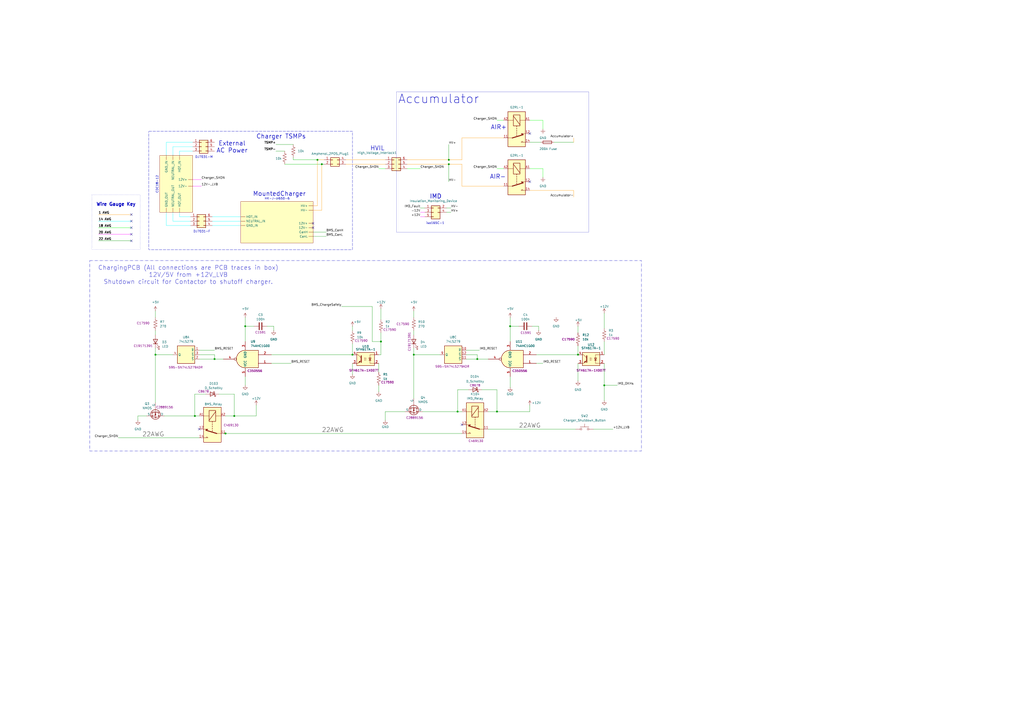
<source format=kicad_sch>
(kicad_sch (version 20250114) (generator "eeschema") (generator_version "9.0")
  (paper "A2")
  (lib_symbols
    (symbol "74xGxx:74AHC1G00"
      (property "Reference" "U" (at -2.54 3.81 0))
      (property "Value" "74AHC1G00" (at 0 -3.81 0))
      (symbol "74AHC1G00_0_1"
        (arc (start 0 5.08) (mid 5.0579 0) (end 0 -5.08) (stroke (width 0.254)) (fill (type background)))
        (polyline (pts (xy 0 -5.08) (xy -7.62 -5.08) (xy -7.62 5.08) (xy 0 5.08)) (stroke (width 0.254)) (fill (type background)))
      )
      (symbol "74AHC1G00_1_1"
        (pin input line (at -15.24 2.54 0) (length 7.62) (name "~") (number "1"))
        (pin input line (at -15.24 -2.54 0) (length 7.62) (name "~") (number "2"))
        (pin power_in line (at 0 10.16 270) (length 5.08) (name "VCC") (number "5"))
        (pin power_in line (at 0 -10.16 90) (length 5.08) (name "GND") (number "3"))
        (pin output inverted (at 12.7 0 180) (length 7.62) (name "~") (number "4"))
      )
    )
    (symbol "74xx:74LS279"
      (property "Reference" "U" (at -7.874 8.636 0))
      (property "Value" "74LS279" (at -4.318 -8.636 0))
      (symbol "74LS279_1_1"
        (rectangle (start -5.08 5.08) (end 5.08 -5.08) (stroke (width 0.254)) (fill (type background)))
        (pin input line (at -7.62 2.54 0) (length 2.54) (name "~{S}") (number "2"))
        (pin input line (at -7.62 0 0) (length 2.54) (name "~{S}") (number "3"))
        (pin input line (at -7.62 -2.54 0) (length 2.54) (name "~{R}") (number "1"))
        (pin output line (at 7.62 0 180) (length 2.54) (name "Q") (number "4"))
      )
      (symbol "74LS279_2_1"
        (rectangle (start -5.08 5.08) (end 5.08 -5.08) (stroke (width 0.254)) (fill (type background)))
        (pin input line (at -7.62 2.54 0) (length 2.54) (name "~{S}") (number "6"))
        (pin input line (at -7.62 -2.54 0) (length 2.54) (name "~{R}") (number "5"))
        (pin output line (at 7.62 0 180) (length 2.54) (name "Q") (number "7"))
      )
      (symbol "74LS279_3_1"
        (rectangle (start -5.08 5.08) (end 5.08 -5.08) (stroke (width 0.254)) (fill (type background)))
        (pin input line (at -7.62 2.54 0) (length 2.54) (name "~{S}") (number "11"))
        (pin input line (at -7.62 0 0) (length 2.54) (name "~{S}") (number "12"))
        (pin input line (at -7.62 -2.54 0) (length 2.54) (name "~{R}") (number "10"))
        (pin output line (at 7.62 0 180) (length 2.54) (name "Q") (number "9"))
      )
      (symbol "74LS279_4_1"
        (rectangle (start -5.08 5.08) (end 5.08 -5.08) (stroke (width 0.254)) (fill (type background)))
        (pin input line (at -7.62 2.54 0) (length 2.54) (name "~{S}") (number "15"))
        (pin input line (at -7.62 -2.54 0) (length 2.54) (name "~{R}") (number "14"))
        (pin output line (at 7.62 0 180) (length 2.54) (name "Q") (number "13"))
      )
      (symbol "74LS279_5_0"
        (pin power_in line (at 0 10.16 270) (length 2.54) (name "VCC") (number "16"))
        (pin power_in line (at 0 -10.16 90) (length 2.54) (name "GND") (number "8"))
      )
      (symbol "74LS279_5_1"
        (rectangle (start -5.08 7.62) (end 5.08 -7.62) (stroke (width 0.254)) (fill (type background)))
      )
    )
    (symbol "Connector_Generic:Conn_02x02_Counter_Clockwise" (pin_names (offset 1.016) (hide yes))
      (property "Reference" "J" (at 1.27 2.54 0))
      (property "Value" "Conn_02x02_Counter_Clockwise" (at 1.27 -5.08 0))
      (symbol "Conn_02x02_Counter_Clockwise_1_1"
        (rectangle (start -1.27 1.27) (end 3.81 -3.81) (stroke (width 0.254)) (fill (type background)))
        (rectangle (start -1.27 0.127) (end 0 -0.127) (stroke (width 0.1524)))
        (rectangle (start -1.27 -2.413) (end 0 -2.667) (stroke (width 0.1524)))
        (rectangle (start 3.81 0.127) (end 2.54 -0.127) (stroke (width 0.1524)))
        (rectangle (start 3.81 -2.413) (end 2.54 -2.667) (stroke (width 0.1524)))
        (pin passive line (at -5.08 0 0) (length 3.81) (name "Pin_1") (number "1"))
        (pin passive line (at -5.08 -2.54 0) (length 3.81) (name "Pin_2") (number "2"))
        (pin passive line (at 7.62 0 180) (length 3.81) (name "Pin_4") (number "4"))
        (pin passive line (at 7.62 -2.54 180) (length 3.81) (name "Pin_3") (number "3"))
      )
    )
    (symbol "Connector_Generic:Conn_02x03_Counter_Clockwise" (pin_names (offset 1.016) (hide yes))
      (property "Reference" "J" (at 1.27 5.08 0))
      (property "Value" "Conn_02x03_Counter_Clockwise" (at 1.27 -5.08 0))
      (symbol "Conn_02x03_Counter_Clockwise_1_1"
        (rectangle (start -1.27 3.81) (end 3.81 -3.81) (stroke (width 0.254)) (fill (type background)))
        (rectangle (start -1.27 2.667) (end 0 2.413) (stroke (width 0.1524)))
        (rectangle (start -1.27 0.127) (end 0 -0.127) (stroke (width 0.1524)))
        (rectangle (start -1.27 -2.413) (end 0 -2.667) (stroke (width 0.1524)))
        (rectangle (start 3.81 2.667) (end 2.54 2.413) (stroke (width 0.1524)))
        (rectangle (start 3.81 0.127) (end 2.54 -0.127) (stroke (width 0.1524)))
        (rectangle (start 3.81 -2.413) (end 2.54 -2.667) (stroke (width 0.1524)))
        (pin passive line (at -5.08 2.54 0) (length 3.81) (name "Pin_1") (number "1"))
        (pin passive line (at -5.08 0 0) (length 3.81) (name "Pin_2") (number "2"))
        (pin passive line (at -5.08 -2.54 0) (length 3.81) (name "Pin_3") (number "3"))
        (pin passive line (at 7.62 2.54 180) (length 3.81) (name "Pin_6") (number "6"))
        (pin passive line (at 7.62 0 180) (length 3.81) (name "Pin_5") (number "5"))
        (pin passive line (at 7.62 -2.54 180) (length 3.81) (name "Pin_4") (number "4"))
      )
    )
    (symbol "Connector_Generic:Conn_2Rows-05Pins" (pin_names (offset 1.016) (hide yes))
      (property "Reference" "J" (at 1.27 5.08 0))
      (property "Value" "Conn_2Rows-05Pins" (at 1.27 -5.08 0))
      (symbol "Conn_2Rows-05Pins_1_1"
        (rectangle (start -1.27 3.81) (end 3.81 -3.81) (stroke (width 0.254)) (fill (type background)))
        (rectangle (start -1.27 2.667) (end 0 2.413) (stroke (width 0.1524)))
        (rectangle (start -1.27 0.127) (end 0 -0.127) (stroke (width 0.1524)))
        (rectangle (start -1.27 -2.413) (end 0 -2.667) (stroke (width 0.1524)))
        (rectangle (start 3.81 2.667) (end 2.54 2.413) (stroke (width 0.1524)))
        (rectangle (start 3.81 0.127) (end 2.54 -0.127) (stroke (width 0.1524)))
        (pin passive line (at -5.08 2.54 0) (length 3.81) (name "Pin_1") (number "1"))
        (pin passive line (at -5.08 0 0) (length 3.81) (name "Pin_3") (number "3"))
        (pin passive line (at -5.08 -2.54 0) (length 3.81) (name "Pin_5") (number "5"))
        (pin passive line (at 7.62 2.54 180) (length 3.81) (name "Pin_2") (number "2"))
        (pin passive line (at 7.62 0 180) (length 3.81) (name "Pin_4") (number "4"))
      )
    )
    (symbol "Device:C" (pin_numbers (hide yes)) (pin_names (offset 0.254))
      (property "Reference" "C" (at 0.635 2.54 0))
      (property "Value" "C" (at 0.635 -2.54 0))
      (symbol "C_0_1"
        (polyline (pts (xy -2.032 0.762) (xy 2.032 0.762)) (stroke (width 0.508)))
        (polyline (pts (xy -2.032 -0.762) (xy 2.032 -0.762)) (stroke (width 0.508)))
      )
      (symbol "C_1_1"
        (pin passive line (at 0 3.81 270) (length 2.794) (name "~") (number "1"))
        (pin passive line (at 0 -3.81 90) (length 2.794) (name "~") (number "2"))
      )
    )
    (symbol "Device:D_Schottky" (pin_numbers (hide yes)) (pin_names (offset 1.016) (hide yes))
      (property "Reference" "D" (at 0 2.54 0))
      (property "Value" "D_Schottky" (at 0 -2.54 0))
      (symbol "D_Schottky_0_1"
        (polyline (pts (xy -1.905 0.635) (xy -1.905 1.27) (xy -1.27 1.27) (xy -1.27 -1.27) (xy -0.635 -1.27) (xy -0.635 -0.635)) (stroke (width 0.254)))
        (polyline (pts (xy 1.27 1.27) (xy 1.27 -1.27) (xy -1.27 0) (xy 1.27 1.27)) (stroke (width 0.254)))
        (polyline (pts (xy 1.27 0) (xy -1.27 0)))
      )
      (symbol "D_Schottky_1_1"
        (pin passive line (at -3.81 0 0) (length 2.54) (name "K") (number "1"))
        (pin passive line (at 3.81 0 180) (length 2.54) (name "A") (number "2"))
      )
    )
    (symbol "Device:Fuse" (pin_numbers (hide yes)) (pin_names (offset 0))
      (property "Reference" "F" (at 2.032 0 90))
      (property "Value" "Fuse" (at -1.905 0 90))
      (symbol "Fuse_0_1"
        (rectangle (start -0.762 -2.54) (end 0.762 2.54) (stroke (width 0.254)))
        (polyline (pts (xy 0 2.54) (xy 0 -2.54)))
      )
      (symbol "Fuse_1_1"
        (pin passive line (at 0 3.81 270) (length 1.27) (name "~") (number "1"))
        (pin passive line (at 0 -3.81 90) (length 1.27) (name "~") (number "2"))
      )
    )
    (symbol "Device:LED" (pin_numbers (hide yes)) (pin_names (offset 1.016) (hide yes))
      (property "Reference" "D" (at 0 2.54 0))
      (property "Value" "LED" (at 0 -2.54 0))
      (symbol "LED_0_1"
        (polyline (pts (xy -3.048 -0.762) (xy -4.572 -2.286) (xy -3.81 -2.286) (xy -4.572 -2.286) (xy -4.572 -1.524)))
        (polyline (pts (xy -1.778 -0.762) (xy -3.302 -2.286) (xy -2.54 -2.286) (xy -3.302 -2.286) (xy -3.302 -1.524)))
        (polyline (pts (xy -1.27 0) (xy 1.27 0)))
        (polyline (pts (xy -1.27 -1.27) (xy -1.27 1.27)) (stroke (width 0.254)))
        (polyline (pts (xy 1.27 -1.27) (xy 1.27 1.27) (xy -1.27 0) (xy 1.27 -1.27)) (stroke (width 0.254)))
      )
      (symbol "LED_1_1"
        (pin passive line (at -3.81 0 0) (length 2.54) (name "K") (number "1"))
        (pin passive line (at 3.81 0 180) (length 2.54) (name "A") (number "2"))
      )
    )
    (symbol "Device:R_US" (pin_numbers (hide yes)) (pin_names (offset 0))
      (property "Reference" "R" (at 2.54 0 90))
      (property "Value" "R_US" (at -2.54 0 90))
      (symbol "R_US_0_1"
        (polyline (pts (xy 0 2.286) (xy 0 2.54)))
        (polyline (pts (xy 0 2.286) (xy 1.016 1.905) (xy 0 1.524) (xy -1.016 1.143) (xy 0 0.762)))
        (polyline (pts (xy 0 0.762) (xy 1.016 0.381) (xy 0 0) (xy -1.016 -0.381) (xy 0 -0.762)))
        (polyline (pts (xy 0 -0.762) (xy 1.016 -1.143) (xy 0 -1.524) (xy -1.016 -1.905) (xy 0 -2.286)))
        (polyline (pts (xy 0 -2.286) (xy 0 -2.54)))
      )
      (symbol "R_US_1_1"
        (pin passive line (at 0 3.81 270) (length 1.27) (name "~") (number "1"))
        (pin passive line (at 0 -3.81 90) (length 1.27) (name "~") (number "2"))
      )
    )
    (symbol "Isolator:SFH617A-1" (pin_names (offset 1.016))
      (property "Reference" "U" (at -5.08 5.08 0))
      (property "Value" "SFH617A-1" (at 0 5.08 0))
      (symbol "SFH617A-1_0_1"
        (rectangle (start -5.08 3.81) (end 5.08 -3.81) (stroke (width 0.254)) (fill (type background)))
        (polyline (pts (xy -5.08 2.54) (xy -2.54 2.54) (xy -2.54 -1.27) (xy -2.54 0.635)))
        (polyline (pts (xy -3.175 -0.635) (xy -1.905 -0.635)) (stroke (width 0.254)))
        (polyline (pts (xy -2.54 -0.635) (xy -2.54 -2.54) (xy -5.08 -2.54)))
        (polyline (pts (xy -2.54 -0.635) (xy -3.175 0.635) (xy -1.905 0.635) (xy -2.54 -0.635)) (stroke (width 0.254)))
        (polyline (pts (xy -0.508 0.508) (xy 0.762 0.508) (xy 0.381 0.381) (xy 0.381 0.635) (xy 0.762 0.508)))
        (polyline (pts (xy -0.508 -0.508) (xy 0.762 -0.508) (xy 0.381 -0.635) (xy 0.381 -0.381) (xy 0.762 -0.508)))
        (polyline (pts (xy 2.54 1.905) (xy 2.54 -1.905) (xy 2.54 -1.905)) (stroke (width 0.508)))
        (polyline (pts (xy 2.54 0.635) (xy 4.445 2.54)))
        (polyline (pts (xy 3.048 -1.651) (xy 3.556 -1.143) (xy 4.064 -2.159) (xy 3.048 -1.651) (xy 3.048 -1.651)) (fill (type outline)))
        (polyline (pts (xy 4.445 2.54) (xy 5.08 2.54)))
        (polyline (pts (xy 4.445 -2.54) (xy 2.54 -0.635)) (fill (type outline)))
        (polyline (pts (xy 4.445 -2.54) (xy 5.08 -2.54)))
      )
      (symbol "SFH617A-1_1_1"
        (pin passive line (at -7.62 2.54 0) (length 2.54) (name "~") (number "1"))
        (pin passive line (at -7.62 -2.54 0) (length 2.54) (name "~") (number "2"))
        (pin passive line (at 7.62 2.54 180) (length 2.54) (name "~") (number "4"))
        (pin passive line (at 7.62 -2.54 180) (length 2.54) (name "~") (number "3"))
      )
    )
    (symbol "New_Library:CDC18-12"
      (symbol "CDC18-12_1_1"
        (rectangle (start -16.51 13.97) (end 16.51 -5.08) (fill (type color) (color 255 255 194 1)))
        (pin input line (at -16.51 6.35 0) (length 2.54) (name "HOT_IN") (number ""))
        (pin input line (at -16.51 2.54 0) (length 2.54) (name "NEUTRAL_IN") (number ""))
        (pin input line (at -16.51 -1.27 0) (length 2.54) (name "GND_IN") (number ""))
        (pin input line (at -2.54 13.97 270) (length 2.54) (name "12V+") (number ""))
        (pin output line (at 1.27 13.97 270) (length 2.54) (name "12V-") (number ""))
        (pin output line (at 16.51 6.35 180) (length 2.54) (name "HOT_OUT") (number ""))
        (pin output line (at 16.51 2.54 180) (length 2.54) (name "NEUTRAL_OUT") (number ""))
        (pin output line (at 16.51 -1.27 180) (length 2.54) (name "GND_OUT") (number ""))
      )
    )
    (symbol "New_Library:ElCon_Charger"
      (symbol "ElCon_Charger_1_1"
        (rectangle (start -10.16 0) (end 31.75 -24.13) (fill (type color) (color 255 255 194 1)))
        (pin input line (at -10.16 -8.89 0) (length 2.54) (name "HOT_IN") (number ""))
        (pin input line (at -10.16 -11.43 0) (length 2.54) (name "NEUTRAL_IN") (number ""))
        (pin input line (at -10.16 -13.97 0) (length 2.54) (name "GND_IN") (number ""))
        (pin output line (at 31.75 -2.54 180) (length 2.54) (name "HV+") (number ""))
        (pin output line (at 31.75 -5.08 180) (length 2.54) (name "HV-") (number ""))
        (pin output line (at 31.75 -12.7 180) (length 2.54) (name "12V+") (number ""))
        (pin output line (at 31.75 -15.24 180) (length 2.54) (name "12V-") (number ""))
        (pin output line (at 31.75 -17.78 180) (length 2.54) (name "CanH") (number ""))
        (pin output line (at 31.75 -20.32 180) (length 2.54) (name "CanL") (number ""))
      )
    )
    (symbol "Relay:G2RL-1"
      (property "Reference" "K" (at 11.43 3.81 0))
      (property "Value" "G2RL-1" (at 11.43 1.27 0))
      (symbol "G2RL-1_0_0"
        (polyline (pts (xy 7.62 5.08) (xy 7.62 2.54) (xy 6.985 3.175) (xy 7.62 3.81)))
      )
      (symbol "G2RL-1_0_1"
        (rectangle (start -10.16 5.08) (end 10.16 -5.08) (stroke (width 0.254)) (fill (type background)))
        (rectangle (start -8.255 1.905) (end -1.905 -1.905) (stroke (width 0.254)))
        (polyline (pts (xy -7.62 -1.905) (xy -2.54 1.905)) (stroke (width 0.254)))
        (polyline (pts (xy -5.08 5.08) (xy -5.08 1.905)))
        (polyline (pts (xy -5.08 -5.08) (xy -5.08 -1.905)))
        (polyline (pts (xy -1.905 0) (xy -1.27 0)) (stroke (width 0.254)))
        (polyline (pts (xy -0.635 0) (xy 0 0)) (stroke (width 0.254)))
        (polyline (pts (xy 0.635 0) (xy 1.27 0)) (stroke (width 0.254)))
        (polyline (pts (xy 1.905 0) (xy 2.54 0)) (stroke (width 0.254)))
        (polyline (pts (xy 2.54 5.08) (xy 2.54 2.54) (xy 3.175 3.175) (xy 2.54 3.81)) (fill (type outline)))
        (polyline (pts (xy 3.175 0) (xy 3.81 0)) (stroke (width 0.254)))
        (polyline (pts (xy 5.08 -2.54) (xy 3.175 3.81)) (stroke (width 0.508)))
        (polyline (pts (xy 5.08 -2.54) (xy 5.08 -5.08)))
      )
      (symbol "G2RL-1_1_1"
        (pin passive line (at -5.08 7.62 270) (length 2.54) (name "~") (number "A1"))
        (pin passive line (at -5.08 -7.62 90) (length 2.54) (name "~") (number "A2"))
        (pin passive line (at 2.54 7.62 270) (length 2.54) (name "~") (number "12"))
        (pin passive line (at 5.08 -7.62 90) (length 2.54) (name "~") (number "11"))
        (pin passive line (at 7.62 7.62 270) (length 2.54) (name "~") (number "14"))
      )
    )
    (symbol "Simulation_SPICE:NMOS" (pin_numbers (hide yes)) (pin_names (offset 0))
      (property "Reference" "Q" (at 5.08 1.27 0))
      (property "Value" "NMOS" (at 5.08 -1.27 0))
      (symbol "NMOS_0_1"
        (polyline (pts (xy 0.254 1.905) (xy 0.254 -1.905)) (stroke (width 0.254)))
        (polyline (pts (xy 0.254 0) (xy -2.54 0)))
        (polyline (pts (xy 0.762 2.286) (xy 0.762 1.27)) (stroke (width 0.254)))
        (polyline (pts (xy 0.762 0.508) (xy 0.762 -0.508)) (stroke (width 0.254)))
        (polyline (pts (xy 0.762 -1.27) (xy 0.762 -2.286)) (stroke (width 0.254)))
        (polyline (pts (xy 0.762 -1.778) (xy 3.302 -1.778) (xy 3.302 1.778) (xy 0.762 1.778)))
        (polyline (pts (xy 1.016 0) (xy 2.032 0.381) (xy 2.032 -0.381) (xy 1.016 0)) (fill (type outline)))
        (circle (center 1.651 0) (radius 2.794) (stroke (width 0.254)))
        (polyline (pts (xy 2.54 2.54) (xy 2.54 1.778)))
        (circle (center 2.54 1.778) (radius 0.254) (fill (type outline)))
        (circle (center 2.54 -1.778) (radius 0.254) (fill (type outline)))
        (polyline (pts (xy 2.54 -2.54) (xy 2.54 0) (xy 0.762 0)))
        (polyline (pts (xy 2.794 0.508) (xy 2.921 0.381) (xy 3.683 0.381) (xy 3.81 0.254)))
        (polyline (pts (xy 3.302 0.381) (xy 2.921 -0.254) (xy 3.683 -0.254) (xy 3.302 0.381)))
      )
      (symbol "NMOS_1_1"
        (pin input line (at -5.08 0 0) (length 2.54) (name "G") (number "2"))
        (pin passive line (at 2.54 5.08 270) (length 2.54) (name "D") (number "1"))
        (pin passive line (at 2.54 -5.08 90) (length 2.54) (name "S") (number "3"))
      )
    )
    (symbol "Switch:SW_Push" (pin_numbers (hide yes)) (pin_names (offset 1.016) (hide yes))
      (property "Reference" "SW" (at 1.27 2.54 0))
      (property "Value" "SW_Push" (at 0 -1.524 0))
      (symbol "SW_Push_0_1"
        (circle (center -2.032 0) (radius 0.508))
        (polyline (pts (xy 0 1.27) (xy 0 3.048)))
        (circle (center 2.032 0) (radius 0.508))
        (polyline (pts (xy 2.54 1.27) (xy -2.54 1.27)))
        (pin passive line (at -5.08 0 0) (length 2.54) (name "1") (number "1"))
        (pin passive line (at 5.08 0 180) (length 2.54) (name "2") (number "2"))
      )
    )
    (symbol "power:+12V" (power) (pin_numbers (hide yes)) (pin_names (offset 0) (hide yes))
      (property "Value" "+12V" (at 0 3.556 0))
      (symbol "+12V_0_1"
        (polyline (pts (xy -0.762 1.27) (xy 0 2.54)))
        (polyline (pts (xy 0 2.54) (xy 0.762 1.27)))
        (polyline (pts (xy 0 0) (xy 0 2.54)))
      )
      (symbol "+12V_1_1"
        (pin power_in line (at 0 0 90) (length 0) (name "~") (number "1"))
      )
    )
    (symbol "power:+5V" (power) (pin_numbers (hide yes)) (pin_names (offset 0) (hide yes))
      (property "Value" "+5V" (at 0 3.556 0))
      (symbol "+5V_0_1"
        (polyline (pts (xy -0.762 1.27) (xy 0 2.54)))
        (polyline (pts (xy 0 2.54) (xy 0.762 1.27)))
        (polyline (pts (xy 0 0) (xy 0 2.54)))
      )
      (symbol "+5V_1_1"
        (pin power_in line (at 0 0 90) (length 0) (name "~") (number "1"))
      )
    )
    (symbol "power:GND" (power) (pin_numbers (hide yes)) (pin_names (offset 0) (hide yes))
      (property "Value" "GND" (at 0 -3.81 0))
      (symbol "GND_0_1"
        (polyline (pts (xy 0 0) (xy 0 -1.27) (xy 1.27 -1.27) (xy 0 -2.54) (xy -1.27 -1.27) (xy 0 -1.27)))
      )
      (symbol "GND_1_1"
        (pin power_in line (at 0 0 270) (length 0) (name "~") (number "1"))
      )
    )
    (symbol "power:GNDREF" (power) (pin_numbers (hide yes)) (pin_names (offset 0) (hide yes))
      (property "Value" "GNDREF" (at 0 -3.81 0))
      (symbol "GNDREF_0_1"
        (polyline (pts (xy -0.635 -1.905) (xy 0.635 -1.905)))
        (polyline (pts (xy -0.127 -2.54) (xy 0.127 -2.54)))
        (polyline (pts (xy 0 -1.27) (xy 0 0)))
        (polyline (pts (xy 1.27 -1.27) (xy -1.27 -1.27)))
      )
      (symbol "GNDREF_1_1"
        (pin power_in line (at 0 0 270) (length 0) (name "~") (number "1"))
      )
    )
  )
  (rectangle (start 52.07 151.13) (end 372.11 261.62) (stroke (width 0) (type dash_dot)))
  (rectangle (start 86.36 76.2) (end 204.47 144.78) (stroke (width 0) (type dash)))
  (text "Wire Gauge Key" (at 67.31 118.618 0) (effects (font (size 1.905 1.905) (thickness 0.381) (bold yes))))
  (text "IMD" (at 252.73 114.046 0) (effects (font (size 2.54 2.54) (thickness 0.3175))))
  (text "MountedCharger" (at 162.052 112.522 0) (effects (font (size 2.54 2.54) (thickness 0.254) (bold yes))))
  (text "External\nAC Power" (at 134.62 85.344 0) (effects (font (size 2.54 2.54) (thickness 0.254) (bold yes))))
  (text "AIR+" (at 289.306 73.914 0) (effects (font (size 2.54 2.54) (thickness 0.254) (bold yes))))
  (text "HK-J-H650-6" (at 160.782 115.316 0) (effects (font (size 1.27 1.27))))
  (text "DJ7031-F" (at 117.094 134.366 0) (effects (font (size 1.27 1.27))))
  (text "CDC18-12" (at 91.186 106.934 90) (effects (font (size 1.27 1.27))))
  (text "iso165C-1" (at 252.476 129.54 0) (effects (font (size 1.27 1.27))))
  (text "ChargingPCB (All connections are PCB traces in box)\n12V/5V from +12V_LVB\nShutdown circuit for Contactor to shutoff charger." (at 109.22 159.512 0) (effects (font (size 2.54 2.54))))
  (text "Charger TSMPs" (at 163.068 79.248 0) (effects (font (size 2.54 2.54) (thickness 0.254) (bold yes))))
  (text "DJ7031-M" (at 118.364 91.186 0) (effects (font (size 1.27 1.27))))
  (text "HVIL" (at 218.948 86.106 0) (effects (font (size 2.54 2.54) (thickness 0.254) (bold yes))))
  (text "AIR-" (at 288.798 102.616 0) (effects (font (size 2.54 2.54) (thickness 0.254) (bold yes))))
  (text_box "" (at 53.34 113.03 0) (size 27.94 31.75) (margins 0.9525 0.9525 0.9525 0.9525) (stroke (width 0) (type dot)) (fill (type color) (color 255 255 255 1)) (effects (font (size 1.27 1.27) (thickness 0.254) (bold yes)) (justify left top)))
  (text_box "Accumulator" (at 229.87 53.34 0) (size 111.76 81.28) (margins 0.9525 0.9525 0.9525 0.9525) (stroke (width 0.0508)) (fill (type color) (color 255 255 255 1)) (effects (font (size 5.08 5.08) (thickness 0.254) (bold yes)) (justify left top)))
  (junction (at 265.43 238.76))
  (junction (at 142.24 189.23))
  (junction (at 124.46 208.28))
  (junction (at 130.81 251.46))
  (junction (at 260.35 92.71))
  (junction (at 350.52 223.52))
  (junction (at 288.29 238.76))
  (junction (at 113.03 241.3))
  (junction (at 135.89 241.3))
  (junction (at 295.91 189.23))
  (junction (at 184.15 92.71))
  (junction (at 204.47 205.74))
  (junction (at 240.03 205.74))
  (junction (at 186.69 95.25))
  (junction (at 90.17 205.74))
  (junction (at 335.28 205.74))
  (junction (at 220.98 198.12))
  (junction (at 260.35 95.25))
  (junction (at 276.86 208.28))
  (no_connect (at 307.34 105.41))
  (no_connect (at 76.2 128.27))
  (no_connect (at 115.57 248.92))
  (no_connect (at 267.97 246.38))
  (no_connect (at 76.2 139.7))
  (no_connect (at 181.61 132.08))
  (no_connect (at 76.2 124.46))
  (no_connect (at 181.61 129.54))
  (no_connect (at 307.34 77.47))
  (no_connect (at 76.2 135.89))
  (no_connect (at 76.2 132.08))
  (wire (pts (xy 96.52 130.81) (xy 110.49 130.81)) (stroke (width 0) (color 0 255 255 1)))
  (wire (pts (xy 267.97 80.01) (xy 292.1 80.01)) (stroke (width 0) (color 255 153 0 1)))
  (wire (pts (xy 142.24 184.15) (xy 142.24 189.23)))
  (wire (pts (xy 240.03 205.74) (xy 240.03 231.14)))
  (wire (pts (xy 104.14 123.19) (xy 104.14 125.73)) (stroke (width 0) (color 0 255 255 1)))
  (wire (pts (xy 240.03 191.77) (xy 240.03 194.31)))
  (wire (pts (xy 215.9 198.12) (xy 215.9 177.8)))
  (wire (pts (xy 246.38 120.65) (xy 243.84 120.65)))
  (wire (pts (xy 142.24 218.44) (xy 142.24 223.52)))
  (wire (pts (xy 130.81 251.46) (xy 267.97 251.46)))
  (wire (pts (xy 170.18 92.71) (xy 170.18 91.44)))
  (wire (pts (xy 335.28 210.82) (xy 335.28 220.98)))
  (wire (pts (xy 220.98 198.12) (xy 215.9 198.12)))
  (wire (pts (xy 265.43 238.76) (xy 265.43 226.06)))
  (wire (pts (xy 186.69 95.25) (xy 187.96 95.25)) (stroke (width 0) (color 0 132 0 1)))
  (wire (pts (xy 307.34 82.55) (xy 313.69 82.55)))
  (wire (pts (xy 335.28 189.23) (xy 335.28 193.04)))
  (wire (pts (xy 260.35 95.25) (xy 267.97 95.25)) (stroke (width 0) (color 255 153 0 1)))
  (wire (pts (xy 276.86 205.74) (xy 276.86 208.28)))
  (wire (pts (xy 265.43 226.06) (xy 271.78 226.06)))
  (wire (pts (xy 220.98 179.07) (xy 220.98 185.42)))
  (wire (pts (xy 223.52 95.25) (xy 200.66 95.25)) (stroke (width 0) (color 255 153 0 1)))
  (wire (pts (xy 220.98 198.12) (xy 220.98 205.74)))
  (wire (pts (xy 240.03 205.74) (xy 240.03 201.93)))
  (wire (pts (xy 170.18 92.71) (xy 184.15 92.71)) (stroke (width 0) (color 0 194 0 1)))
  (wire (pts (xy 115.57 203.2) (xy 124.46 203.2)))
  (wire (pts (xy 295.91 184.15) (xy 295.91 189.23)))
  (wire (pts (xy 220.98 205.74) (xy 219.71 205.74)))
  (wire (pts (xy 276.86 208.28) (xy 283.21 208.28)))
  (wire (pts (xy 57.15 135.89) (xy 76.2 135.89)) (stroke (width 0) (color 255 0 255 1)))
  (wire (pts (xy 311.15 205.74) (xy 335.28 205.74)))
  (wire (pts (xy 321.31 82.55) (xy 332.74 82.55)))
  (wire (pts (xy 288.29 238.76) (xy 307.34 238.76)))
  (wire (pts (xy 90.17 205.74) (xy 90.17 201.93)))
  (wire (pts (xy 148.59 241.3) (xy 135.89 241.3)))
  (wire (pts (xy 165.1 95.25) (xy 186.69 95.25)) (stroke (width 0) (color 0 194 0 1)))
  (wire (pts (xy 332.74 114.3) (xy 332.74 110.49)) (stroke (width 0) (color 255 153 0 1)))
  (wire (pts (xy 295.91 189.23) (xy 295.91 198.12)))
  (wire (pts (xy 260.35 95.25) (xy 260.35 105.41)))
  (wire (pts (xy 350.52 223.52) (xy 358.14 223.52)))
  (wire (pts (xy 95.25 241.3) (xy 113.03 241.3)))
  (wire (pts (xy 104.14 87.63) (xy 111.76 87.63)) (stroke (width 0) (color 0 255 255 1)))
  (wire (pts (xy 350.52 210.82) (xy 350.52 223.52)))
  (wire (pts (xy 288.29 97.79) (xy 292.1 97.79)) (stroke (width 0) (color 0 255 0 1)))
  (wire (pts (xy 157.48 210.82) (xy 168.91 210.82)))
  (wire (pts (xy 160.02 83.82) (xy 170.18 83.82)))
  (wire (pts (xy 295.91 189.23) (xy 300.99 189.23)))
  (wire (pts (xy 113.03 228.6) (xy 113.03 241.3)))
  (wire (pts (xy 160.02 87.63) (xy 165.1 87.63)))
  (wire (pts (xy 307.34 69.85) (xy 314.96 69.85)) (stroke (width 0) (color 0 255 0 1)))
  (wire (pts (xy 220.98 193.04) (xy 220.98 198.12)))
  (wire (pts (xy 267.97 80.01) (xy 267.97 92.71)) (stroke (width 0) (color 255 153 0 1)))
  (wire (pts (xy 80.01 241.3) (xy 85.09 241.3)))
  (wire (pts (xy 181.61 119.38) (xy 184.15 119.38)) (stroke (width 0) (color 255 153 0 1)))
  (wire (pts (xy 279.4 226.06) (xy 288.29 226.06)))
  (wire (pts (xy 119.38 228.6) (xy 113.03 228.6)))
  (wire (pts (xy 115.57 241.3) (xy 113.03 241.3)))
  (wire (pts (xy 307.34 97.79) (xy 314.96 97.79)) (stroke (width 0) (color 0 255 0 1)))
  (wire (pts (xy 270.51 208.28) (xy 276.86 208.28)))
  (wire (pts (xy 135.89 241.3) (xy 130.81 241.3)))
  (wire (pts (xy 246.38 125.73) (xy 243.84 125.73)) (stroke (width 0) (color 255 0 255 1)))
  (wire (pts (xy 270.51 205.74) (xy 276.86 205.74)))
  (wire (pts (xy 186.69 95.25) (xy 186.69 121.92)) (stroke (width 0) (color 255 153 0 1)))
  (wire (pts (xy 261.62 120.65) (xy 259.08 120.65)))
  (wire (pts (xy 111.76 104.14) (xy 116.84 104.14)) (stroke (width 0) (color 255 0 255 1)))
  (wire (pts (xy 350.52 223.52) (xy 350.52 232.41)))
  (wire (pts (xy 96.52 130.81) (xy 96.52 123.19)) (stroke (width 0) (color 0 255 255 1)))
  (wire (pts (xy 260.35 83.82) (xy 260.35 92.71)))
  (wire (pts (xy 332.74 110.49) (xy 307.34 110.49)) (stroke (width 0) (color 255 153 0 1)))
  (wire (pts (xy 240.03 180.34) (xy 240.03 184.15)))
  (wire (pts (xy 100.33 90.17) (xy 100.33 85.09)) (stroke (width 0) (color 0 255 255 1)))
  (wire (pts (xy 223.52 238.76) (xy 223.52 243.84)))
  (wire (pts (xy 204.47 210.82) (xy 204.47 217.17)))
  (wire (pts (xy 80.01 241.3) (xy 80.01 243.84)))
  (wire (pts (xy 181.61 134.62) (xy 189.23 134.62)))
  (wire (pts (xy 236.22 95.25) (xy 260.35 95.25)) (stroke (width 0) (color 255 153 0 1)))
  (wire (pts (xy 260.35 92.71) (xy 267.97 92.71)) (stroke (width 0) (color 255 153 0 1)))
  (wire (pts (xy 90.17 191.77) (xy 90.17 194.31)))
  (wire (pts (xy 204.47 189.23) (xy 204.47 191.77)))
  (wire (pts (xy 215.9 177.8) (xy 198.12 177.8)))
  (wire (pts (xy 127 228.6) (xy 135.89 228.6)))
  (wire (pts (xy 104.14 90.17) (xy 104.14 87.63)) (stroke (width 0) (color 0 255 255 1)))
  (wire (pts (xy 100.33 128.27) (xy 110.49 128.27)) (stroke (width 0) (color 0 255 255 1)))
  (wire (pts (xy 332.74 82.55) (xy 332.74 80.01)) (stroke (width 0) (color 255 153 0 1)))
  (wire (pts (xy 288.29 69.85) (xy 292.1 69.85)) (stroke (width 0) (color 0 255 0 1)))
  (wire (pts (xy 219.71 97.79) (xy 223.52 97.79)) (stroke (width 0) (color 0 255 0 1)))
  (wire (pts (xy 344.17 248.92) (xy 355.6 248.92)))
  (wire (pts (xy 240.03 205.74) (xy 255.27 205.74)))
  (wire (pts (xy 104.14 125.73) (xy 110.49 125.73)) (stroke (width 0) (color 0 255 255 1)))
  (wire (pts (xy 181.61 121.92) (xy 186.69 121.92)) (stroke (width 0) (color 255 153 0 1)))
  (wire (pts (xy 123.19 128.27) (xy 139.7 128.27)) (stroke (width 0) (color 0 255 255 1)))
  (wire (pts (xy 142.24 189.23) (xy 142.24 198.12)))
  (wire (pts (xy 314.96 97.79) (xy 314.96 102.87)) (stroke (width 0) (color 0 255 0 1)))
  (wire (pts (xy 123.19 125.73) (xy 139.7 125.73)) (stroke (width 0) (color 0 255 255 1)))
  (wire (pts (xy 314.96 69.85) (xy 314.96 74.93)) (stroke (width 0) (color 0 255 0 1)))
  (wire (pts (xy 204.47 199.39) (xy 204.47 205.74)))
  (wire (pts (xy 57.15 139.7) (xy 76.2 139.7)))
  (wire (pts (xy 223.52 92.71) (xy 200.66 92.71)) (stroke (width 0) (color 255 153 0 1)))
  (wire (pts (xy 124.46 205.74) (xy 115.57 205.74)))
  (wire (pts (xy 234.95 238.76) (xy 223.52 238.76)))
  (wire (pts (xy 288.29 238.76) (xy 283.21 238.76)))
  (wire (pts (xy 124.46 208.28) (xy 129.54 208.28)))
  (wire (pts (xy 129.54 251.46) (xy 130.81 251.46)))
  (wire (pts (xy 350.52 181.61) (xy 350.52 190.5)))
  (wire (pts (xy 350.52 198.12) (xy 350.52 205.74)))
  (wire (pts (xy 246.38 123.19) (xy 243.84 123.19)) (stroke (width 0) (color 255 0 255 1)))
  (wire (pts (xy 90.17 180.34) (xy 90.17 184.15)))
  (wire (pts (xy 90.17 205.74) (xy 100.33 205.74)))
  (wire (pts (xy 184.15 92.71) (xy 187.96 92.71)) (stroke (width 0) (color 255 153 0 1)))
  (wire (pts (xy 135.89 228.6) (xy 135.89 241.3)))
  (wire (pts (xy 270.51 203.2) (xy 278.13 203.2)))
  (wire (pts (xy 154.94 189.23) (xy 158.75 189.23)))
  (wire (pts (xy 312.42 189.23) (xy 312.42 191.77)))
  (wire (pts (xy 100.33 85.09) (xy 111.76 85.09)) (stroke (width 0) (color 0 255 255 1)))
  (wire (pts (xy 157.48 205.74) (xy 204.47 205.74)))
  (wire (pts (xy 57.15 124.46) (xy 76.2 124.46)) (stroke (width 0) (color 255 153 0 1)))
  (wire (pts (xy 308.61 189.23) (xy 312.42 189.23)))
  (wire (pts (xy 288.29 226.06) (xy 288.29 238.76)))
  (wire (pts (xy 219.71 210.82) (xy 219.71 215.9)))
  (wire (pts (xy 124.46 208.28) (xy 124.46 205.74)))
  (wire (pts (xy 236.22 97.79) (xy 243.84 97.79)) (stroke (width 0) (color 0 255 0 1)))
  (wire (pts (xy 236.22 92.71) (xy 260.35 92.71)) (stroke (width 0) (color 255 153 0 1)))
  (wire (pts (xy 261.62 123.19) (xy 259.08 123.19)))
  (wire (pts (xy 123.19 130.81) (xy 139.7 130.81)) (stroke (width 0) (color 0 255 255 1)))
  (wire (pts (xy 245.11 238.76) (xy 265.43 238.76)))
  (wire (pts (xy 148.59 234.95) (xy 148.59 241.3)))
  (wire (pts (xy 219.71 223.52) (xy 219.71 227.33)))
  (wire (pts (xy 111.76 107.95) (xy 116.84 107.95)) (stroke (width 0) (color 255 0 255 1)))
  (wire (pts (xy 68.58 254) (xy 115.57 254)))
  (wire (pts (xy 158.75 189.23) (xy 158.75 191.77)))
  (wire (pts (xy 267.97 107.95) (xy 292.1 107.95)) (stroke (width 0) (color 255 153 0 1)))
  (wire (pts (xy 295.91 218.44) (xy 295.91 224.79)))
  (wire (pts (xy 307.34 234.95) (xy 307.34 238.76)))
  (wire (pts (xy 184.15 92.71) (xy 184.15 119.38)) (stroke (width 0) (color 255 153 0 1)))
  (wire (pts (xy 100.33 128.27) (xy 100.33 123.19)) (stroke (width 0) (color 0 255 255 1)))
  (wire (pts (xy 115.57 208.28) (xy 124.46 208.28)))
  (wire (pts (xy 267.97 95.25) (xy 267.97 107.95)) (stroke (width 0) (color 255 153 0 1)))
  (wire (pts (xy 311.15 210.82) (xy 314.96 210.82)))
  (wire (pts (xy 96.52 90.17) (xy 96.52 82.55)) (stroke (width 0) (color 0 255 255 1)))
  (wire (pts (xy 181.61 137.16) (xy 189.23 137.16)))
  (wire (pts (xy 57.15 132.08) (xy 76.2 132.08)) (stroke (width 0) (color 0 255 0 1)))
  (wire (pts (xy 90.17 205.74) (xy 90.17 233.68)))
  (wire (pts (xy 142.24 189.23) (xy 147.32 189.23)))
  (wire (pts (xy 283.21 248.92) (xy 334.01 248.92)))
  (wire (pts (xy 335.28 200.66) (xy 335.28 205.74)))
  (wire (pts (xy 267.97 238.76) (xy 265.43 238.76)))
  (wire (pts (xy 57.15 128.27) (xy 76.2 128.27)) (stroke (width 0) (color 0 255 255 1)))
  (wire (pts (xy 96.52 82.55) (xy 111.76 82.55)) (stroke (width 0) (color 0 255 255 1)))
  (label "IMD_Fault" (at 243.84 120.65 180))
  (label "Charger_SHDN" (at 288.29 97.79 180) (effects (font (thickness 0.1588))))
  (label "Charger_SHDN" (at 288.29 69.85 180) (effects (font (thickness 0.1588))))
  (label "22 AWG" (at 57.15 139.7 0) (effects (font (thickness 0.254) (bold yes))))
  (label "IMD_RESET" (at 278.13 203.2 0))
  (label "1 AWG" (at 57.15 124.46 0) (effects (font (thickness 0.254) (bold yes))))
  (label "14 AWG" (at 57.15 128.27 0) (effects (font (thickness 0.254) (bold yes))))
  (label "HV-" (at 260.35 105.41 0) (effects (font (thickness 0.1588))))
  (label "Charger_SHDN" (at 68.58 254 180))
  (label "22AWG" (at 82.55 254 0) (effects (font (size 2.54 2.54))))
  (label "BMS_RESET" (at 168.91 210.82 0))
  (label "HV+" (at 260.35 83.82 0) (effects (font (thickness 0.1588))))
  (label "+12V" (at 243.84 125.73 180))
  (label "IMD_OKHs" (at 358.14 223.52 0))
  (label "HV+" (at 261.62 123.19 0) (effects (font (thickness 0.1588))))
  (label "18 AWG" (at 57.15 132.08 0) (effects (font (thickness 0.254) (bold yes))))
  (label "TSMP+" (at 160.02 83.82 180) (effects (font (thickness 0.254) (bold yes))))
  (label "+12V_LVB" (at 355.6 248.92 0))
  (label "Accumulator+" (at 332.74 80.01 180))
  (label "Charger_SHDN" (at 116.84 104.14 0))
  (label "Charger_SHDN" (at 243.84 97.79 0) (effects (font (thickness 0.1588))))
  (label "Charger_SHDN" (at 219.71 97.79 180) (effects (font (thickness 0.1588))))
  (label "20 AWG" (at 57.15 135.89 0) (effects (font (thickness 0.254) (bold yes))))
  (label "BMS_RESET" (at 124.46 203.2 0))
  (label "BMS_CanL" (at 189.23 137.16 0) (effects (font (thickness 0.1588))))
  (label "12V-_LVB" (at 116.84 107.95 0))
  (label "HV-" (at 261.62 120.65 0) (effects (font (thickness 0.1588))))
  (label "Accumulator-" (at 332.74 114.3 180))
  (label "-12V" (at 243.84 123.19 180))
  (label "22AWG" (at 186.69 251.46 0) (effects (font (size 2.54 2.54))))
  (label "BMS_ChargeSafety" (at 198.12 177.8 180))
  (label "BMS_CanH" (at 189.23 134.62 0) (effects (font (thickness 0.1588))))
  (label "22AWG" (at 300.99 248.92 0) (effects (font (size 2.54 2.54))))
  (label "TSMP-" (at 160.02 87.63 180) (effects (font (thickness 0.254) (bold yes))))
  (label "IMD_RESET" (at 314.96 210.82 0))
  (symbol (lib_id "74xGxx:74AHC1G00") (at 295.91 208.28 180) (unit 1)
    (property "Reference" "U11" (at 299.0281 198.12 0) (effects (justify right)))
    (property "Value" "74AHC1G00" (at 299.0281 200.66 0) (effects (justify right)))
    (property "Footprint" "Package_TO_SOT_SMD:SOT-23-5" (effects (hide yes)))
    (property "Datasheet" "http://www.ti.com/lit/sg/scyt129e/scyt129e.pdf" (effects (hide yes)))
    (property "Description" "Single NAND Gate, Low-Voltage CMOS" (effects (hide yes)))
    (property "JLC#" "C350556" (at 301.498 215.138 0))
  )
  (symbol (lib_id "power:+5V") (at 335.28 189.23 0) (unit 1)
    (property "Reference" "#PWR030" (effects (hide yes)))
    (property "Value" "+5V" (at 335.534 185.674 0))
    (property "Description" "Power symbol creates a global label with name \"+5V\"" (effects (hide yes)))
  )
  (symbol (lib_id "power:GND") (at 223.52 243.84 0) (unit 1)
    (property "Reference" "#PWR0110" (effects (hide yes)))
    (property "Value" "GND" (at 223.52 247.65 0))
    (property "Description" "Power symbol creates a global label with name \"GND\" , ground" (effects (hide yes)))
  )
  (symbol (lib_id "power:+12V") (at 350.52 181.61 0) (unit 1)
    (property "Reference" "#PWR02" (effects (hide yes)))
    (property "Value" "+12V" (at 350.52 177.8 0))
    (property "Description" "Power symbol creates a global label with name \"+12V\"" (effects (hide yes)))
  )
  (symbol (lib_id "Connector_Generic:Conn_02x03_Counter_Clockwise") (at 228.6 95.25 0) (unit 1)
    (property "Reference" "High_Voltage_Interlock1" (at 218.694 88.646 0))
    (property "Value" "Conn_02x03_Counter_Clockwise" (effects (hide yes)))
    (property "Description" "Generic connector, double row, 02x03, counter clockwise pin numbering scheme (similar to DIP package numbering), script generated (kicad-library-utils/schlib/autogen/connector/)" (effects (hide yes)))
  )
  (symbol (lib_id "Device:C") (at 304.8 189.23 90) (unit 1)
    (property "Reference" "C4" (at 304.8 182.626 90))
    (property "Value" "100n" (at 304.8 185.166 90))
    (property "Footprint" "Capacitor_SMD:C_0603_1608Metric_Pad1.08x0.95mm_HandSolder" (effects (hide yes)))
    (property "Description" "Unpolarized capacitor" (effects (hide yes)))
    (property "JLC#" "C1591" (at 305.054 193.04 90))
  )
  (symbol (lib_id "Isolator:SFH617A-1") (at 212.09 208.28 0) (mirror y) (unit 1)
    (property "Reference" "U10" (at 212.09 200.914 0))
    (property "Value" "SFH617A-1" (at 212.09 202.692 0))
    (property "Footprint" "Package_DIP:DIP-4_W7.62mm" (effects (hide yes)))
    (property "Datasheet" "http://www.vishay.com/docs/83740/sfh617a.pdf" (effects (hide yes)))
    (property "Description" "Optocoupler, Phototransistor Output, 5300 VRMS, VCEO 70V, CTR% 40-80, -55 to +110 degree Celsius, UL, BSI, FIMKO, cUL, THT PDIP-4" (effects (hide yes)))
    (property "MOUSER" "SFH617A-1X007T " (at 211.582 214.884 0))
  )
  (symbol (lib_id "power:GNDREF") (at 314.96 102.87 0) (unit 1)
    (property "Reference" "#PWR034" (effects (hide yes)))
    (property "Value" "GND" (at 314.96 107.95 0))
    (property "Description" "Power symbol creates a global label with name \"GNDREF\" , reference supply ground" (effects (hide yes)))
  )
  (symbol (lib_id "Relay:G2RL-1") (at 299.72 102.87 270) (unit 1)
    (property "Reference" "K2" (effects (hide yes)))
    (property "Value" "G2RL-1" (at 299.72 90.17 90))
    (property "Footprint" "Relay_THT:Relay_SPDT_Omron_G2RL-1" (effects (hide yes)))
    (property "Datasheet" "https://omronfs.omron.com/en_US/ecb/products/pdf/en-g2rl.pdf" (effects (hide yes)))
    (property "Description" "General Purpose Low Profile Relay SPDT Through Hole, Omron G2RL series, 12A 250VAC" (effects (hide yes)))
  )
  (symbol (lib_id "Device:D_Schottky") (at 275.59 226.06 180) (unit 1)
    (property "Reference" "D104" (at 275.336 218.44 0))
    (property "Value" "D_Schottky" (at 275.59 221.234 0))
    (property "Footprint" "Diode_SMD:D_SMA" (effects (hide yes)))
    (property "Description" "Schottky diode" (effects (hide yes)))
    (property "JLC#" "C8678" (at 275.59 223.52 0))
  )
  (symbol (lib_id "Connector_Generic:Conn_02x03_Counter_Clockwise") (at 116.84 85.09 0) (unit 1)
    (property "Reference" "J3" (effects (hide yes)))
    (property "Value" "Conn_02x03_Counter_Clockwise" (effects (hide yes)))
    (property "Description" "Generic connector, double row, 02x03, counter clockwise pin numbering scheme (similar to DIP package numbering), script generated (kicad-library-utils/schlib/autogen/connector/)" (effects (hide yes)))
  )
  (symbol (lib_id "Connector_Generic:Conn_2Rows-05Pins") (at 251.46 123.19 0) (unit 1)
    (property "Reference" "J1" (effects (hide yes)))
    (property "Value" "Insulation_Monitoring_Device" (at 251.46 116.586 0))
    (property "Description" "Generic connector, double row, 05 pins, odd/even pin numbering scheme (row 1 odd numbers, row 2 even numbers), script generated (kicad-library-utils/schlib/autogen/connector/)" (effects (hide yes)))
  )
  (symbol (lib_id "74xx:74LS279") (at 107.95 205.74 180) (unit 1)
    (property "Reference" "U8" (at 107.95 195.58 0))
    (property "Value" "74LS279" (at 107.95 198.12 0))
    (property "Footprint" "Package_SO:SOIC-16_3.9x9.9mm_P1.27mm" (effects (hide yes)))
    (property "Datasheet" "https://www.ti.com/lit/gpn/sn54ls279a" (effects (hide yes)))
    (property "Description" "Quad SR latch, DIP-16/SOIC-16/SOIC-16W" (effects (hide yes)))
    (property "MOUSER" "595-SN74LS279ADR " (at 108.204 213.106 0))
  )
  (symbol (lib_id "Device:R_US") (at 170.18 87.63 0) (unit 1)
    (property "Reference" "10k" (at 172.72 87.6299 0) (effects (justify left)))
    (property "Value" "R_US" (effects (hide yes)))
    (property "Description" "Resistor, US symbol" (effects (hide yes)))
  )
  (symbol (lib_id "power:+12V") (at 220.98 179.07 0) (unit 1)
    (property "Reference" "#PWR0109" (effects (hide yes)))
    (property "Value" "+12V" (at 220.98 175.26 0))
    (property "Description" "Power symbol creates a global label with name \"+12V\"" (effects (hide yes)))
  )
  (symbol (lib_id "Relay:G2RL-1") (at 275.59 243.84 90) (mirror x) (unit 1)
    (property "Reference" "K104" (at 275.59 228.6 90))
    (property "Value" "IMD_Relay" (at 275.59 231.14 90))
    (property "Footprint" "Relay_THT:Relay_SPDT_Omron_G2RL-1" (effects (hide yes)))
    (property "Datasheet" "https://omronfs.omron.com/en_US/ecb/products/pdf/en-g2rl.pdf" (effects (hide yes)))
    (property "Description" "General Purpose Low Profile Relay SPDT Through Hole, Omron G2RL series, 12A 250VAC" (effects (hide yes)))
    (property "JLC#" " C469130" (at 275.59 255.778 90))
  )
  (symbol (lib_id "Switch:SW_Push") (at 339.09 248.92 0) (unit 1)
    (property "Reference" "SW2" (at 339.09 241.3 0))
    (property "Value" "Charger_Shutdown_Button" (at 339.09 243.84 0))
    (property "Description" "Push button switch, generic, two pins" (effects (hide yes)))
  )
  (symbol (lib_id "Device:R_US") (at 240.03 187.96 0) (unit 1)
    (property "Reference" "R10" (at 242.57 186.6899 0) (effects (justify left)))
    (property "Value" "270" (at 242.57 189.2299 0) (effects (justify left)))
    (property "Footprint" "Resistor_SMD:R_0805_2012Metric_Pad1.20x1.40mm_HandSolder" (effects (hide yes)))
    (property "Description" "Resistor, US symbol" (effects (hide yes)))
    (property "JLC#" "C17590" (at 233.68 187.96 0))
  )
  (symbol (lib_id "Simulation_SPICE:NMOS") (at 240.03 236.22 270) (unit 1)
    (property "Reference" "Q4" (at 245.364 230.632 90))
    (property "Value" "NMOS" (at 245.364 233.172 90))
    (property "Footprint" "Package_TO_SOT_SMD:TO-252-2" (effects (hide yes)))
    (property "Datasheet" "https://ngspice.sourceforge.io/docs/ngspice-html-manual/manual.xhtml#cha_MOSFETs" (effects (hide yes)))
    (property "Description" "N-MOSFET transistor, drain/source/gate" (effects (hide yes)))
    (property "Sim.Device" "NMOS" (effects (hide yes)))
    (property "Sim.Type" "VDMOS" (effects (hide yes)))
    (property "Sim.Pins" "1=D 2=G 3=S" (effects (hide yes)))
    (property "JLC#" " C2889156" (at 240.03 242.316 90))
  )
  (symbol (lib_id "Device:LED") (at 240.03 198.12 90) (unit 1)
    (property "Reference" "D4" (at 243.84 198.4374 90) (effects (justify right)))
    (property "Value" "LED" (at 243.84 200.9774 90) (effects (justify right)))
    (property "Footprint" "LED_SMD:LED_0805_2012Metric_Pad1.15x1.40mm_HandSolder" (effects (hide yes)))
    (property "Datasheet" "https://www.mouser.com/datasheet/2/180/IN_S21AT2G_V1_0-2001000.pdf" (effects (hide yes)))
    (property "Description" "Light emitting diode" (effects (hide yes)))
    (property "Sim.Pins" "1=K 2=A" (effects (hide yes)))
    (property "JLC#" "C19171391" (at 237.49 198.12 0))
  )
  (symbol (lib_id "74xx:74LS279") (at 262.89 205.74 180) (unit 3)
    (property "Reference" "U8" (at 262.89 195.58 0))
    (property "Value" "74LS279" (at 262.89 198.12 0))
    (property "Footprint" "Package_SO:SOIC-16_3.9x9.9mm_P1.27mm" (effects (hide yes)))
    (property "Datasheet" "https://www.ti.com/lit/gpn/sn54ls279a" (effects (hide yes)))
    (property "Description" "Quad SR latch, DIP-16/SOIC-16/SOIC-16W" (effects (hide yes)))
    (property "MOUSER" "595-SN74LS279ADR " (at 262.89 212.598 0))
  )
  (symbol (lib_id "power:GND") (at 350.52 232.41 0) (unit 1)
    (property "Reference" "#PWR01" (effects (hide yes)))
    (property "Value" "GND" (at 350.52 237.49 0))
    (property "Description" "Power symbol creates a global label with name \"GND\" , ground" (effects (hide yes)))
  )
  (symbol (lib_id "Device:R_US") (at 350.52 194.31 0) (unit 1)
    (property "Reference" "R3" (at 353.06 191.77 0) (effects (justify left)))
    (property "Value" "1k" (at 353.06 194.31 0) (effects (justify left)))
    (property "Footprint" "Resistor_SMD:R_0805_2012Metric_Pad1.20x1.40mm_HandSolder" (effects (hide yes)))
    (property "Description" "Resistor, US symbol" (effects (hide yes)))
    (property "JLC#" "C17590" (at 355.6 196.342 0))
  )
  (symbol (lib_id "New_Library:ElCon_Charger") (at 149.86 116.84 0) (unit 1)
    (property "Reference" "U1" (effects (hide yes)))
    (property "Value" "~" (at 160.655 115.57 0))
  )
  (symbol (lib_id "power:GND") (at 142.24 223.52 0) (unit 1)
    (property "Reference" "#PWR019" (effects (hide yes)))
    (property "Value" "GND" (at 142.24 228.6 0))
    (property "Description" "Power symbol creates a global label with name \"GND\" , ground" (effects (hide yes)))
  )
  (symbol (lib_id "Device:R_US") (at 219.71 219.71 0) (unit 1)
    (property "Reference" "R1" (at 222.25 217.17 0) (effects (justify left)))
    (property "Value" "1k" (at 222.25 219.71 0) (effects (justify left)))
    (property "Footprint" "Resistor_SMD:R_0805_2012Metric_Pad1.20x1.40mm_HandSolder" (effects (hide yes)))
    (property "Description" "Resistor, US symbol" (effects (hide yes)))
    (property "JLC#" "C17590" (at 224.79 221.742 0))
  )
  (symbol (lib_id "Isolator:SFH617A-1") (at 342.9 208.28 0) (mirror y) (unit 1)
    (property "Reference" "U12" (at 342.9 199.898 0))
    (property "Value" "SFH617A-1" (at 342.9 201.93 0))
    (property "Footprint" "Package_DIP:DIP-4_W7.62mm" (effects (hide yes)))
    (property "Datasheet" "http://www.vishay.com/docs/83740/sfh617a.pdf" (effects (hide yes)))
    (property "Description" "Optocoupler, Phototransistor Output, 5300 VRMS, VCEO 70V, CTR% 40-80, -55 to +110 degree Celsius, UL, BSI, FIMKO, cUL, THT PDIP-4" (effects (hide yes)))
    (property "MOUSER" "SFH617A-1X007T " (at 343.408 214.884 0))
  )
  (symbol (lib_id "power:GND") (at 322.58 184.15 0) (unit 1)
    (property "Reference" "#PWR029" (effects (hide yes)))
    (property "Value" "GND" (at 322.58 189.23 0))
    (property "Description" "Power symbol creates a global label with name \"GND\" , ground" (effects (hide yes)))
  )
  (symbol (lib_id "Device:R_US") (at 165.1 91.44 0) (unit 1)
    (property "Reference" "10k" (at 159.766 91.948 0) (effects (justify left)))
    (property "Value" "R_US" (effects (hide yes)))
    (property "Description" "Resistor, US symbol" (effects (hide yes)))
  )
  (symbol (lib_id "power:GND") (at 335.28 220.98 0) (unit 1)
    (property "Reference" "#PWR031" (effects (hide yes)))
    (property "Value" "GND" (at 335.28 226.06 0))
    (property "Description" "Power symbol creates a global label with name \"GND\" , ground" (effects (hide yes)))
  )
  (symbol (lib_id "Device:Fuse") (at 317.5 82.55 90) (unit 1)
    (property "Reference" "F2" (effects (hide yes)))
    (property "Value" "200A Fuse" (at 318.008 86.36 90))
    (property "Description" "Fuse" (effects (hide yes)))
  )
  (symbol (lib_id "New_Library:CDC18-12") (at 97.79 106.68 270) (unit 1)
    (property "Reference" "U7" (effects (hide yes)))
    (property "Value" "~" (at 91.44 106.68 90) (effects (justify right)))
  )
  (symbol (lib_id "Device:R_US") (at 335.28 196.85 0) (unit 1)
    (property "Reference" "R12" (at 337.82 194.31 0) (effects (justify left)))
    (property "Value" "10k" (at 337.82 196.85 0) (effects (justify left)))
    (property "Footprint" "Resistor_SMD:R_0805_2012Metric_Pad1.20x1.40mm_HandSolder" (effects (hide yes)))
    (property "Description" "Resistor, US symbol" (effects (hide yes)))
    (property "JLC#" "C17590" (at 329.692 196.85 0))
  )
  (symbol (lib_id "power:+5V") (at 204.47 189.23 0) (unit 1)
    (property "Reference" "#PWR022" (effects (hide yes)))
    (property "Value" "+5V" (at 207.264 186.69 0))
    (property "Description" "Power symbol creates a global label with name \"+5V\"" (effects (hide yes)))
  )
  (symbol (lib_id "power:+5V") (at 142.24 184.15 0) (unit 1)
    (property "Reference" "#PWR014" (effects (hide yes)))
    (property "Value" "+5V" (at 142.24 179.07 0))
    (property "Description" "Power symbol creates a global label with name \"+5V\"" (effects (hide yes)))
  )
  (symbol (lib_id "power:GNDREF") (at 314.96 74.93 0) (unit 1)
    (property "Reference" "#PWR033" (effects (hide yes)))
    (property "Value" "GND" (at 314.96 80.01 0))
    (property "Description" "Power symbol creates a global label with name \"GNDREF\" , reference supply ground" (effects (hide yes)))
  )
  (symbol (lib_id "Simulation_SPICE:NMOS") (at 90.17 238.76 270) (unit 1)
    (property "Reference" "Q3" (at 85.344 234.188 90))
    (property "Value" "NMOS" (at 85.344 236.728 90))
    (property "Footprint" "Package_TO_SOT_SMD:TO-252-2" (effects (hide yes)))
    (property "Datasheet" "https://jlcpcb.com/api/file/downloadByFileSystemAccessId/8588945001165803520" (effects (hide yes)))
    (property "Description" "N-MOSFET transistor, drain/source/gate" (effects (hide yes)))
    (property "Sim.Device" "NMOS" (effects (hide yes)))
    (property "Sim.Type" "VDMOS" (effects (hide yes)))
    (property "Sim.Pins" "1=D 2=G 3=S" (effects (hide yes)))
    (property "JLC#" " C2889156" (at 94.996 236.22 90))
  )
  (symbol (lib_id "Device:R_US") (at 90.17 187.96 0) (unit 1)
    (property "Reference" "R7" (at 92.71 186.6899 0) (effects (justify left)))
    (property "Value" "270" (at 92.71 189.2299 0) (effects (justify left)))
    (property "Footprint" "Resistor_SMD:R_0805_2012Metric_Pad1.20x1.40mm_HandSolder" (effects (hide yes)))
    (property "Description" "Resistor, US symbol" (effects (hide yes)))
    (property "JLC#" "C17590" (at 83.058 187.452 0))
  )
  (symbol (lib_id "Connector_Generic:Conn_02x02_Counter_Clockwise") (at 193.04 92.71 0) (unit 1)
    (property "Reference" "Amphenol_2POS_Plug1" (at 191.516 89.154 0))
    (property "Value" "Conn_02x02_Counter_Clockwise" (effects (hide yes)))
    (property "Description" "Generic connector, double row, 02x02, counter clockwise pin numbering scheme (similar to DIP package numbering), script generated (kicad-library-utils/schlib/autogen/connector/)" (effects (hide yes)))
  )
  (symbol (lib_id "power:+12V") (at 148.59 234.95 0) (unit 1)
    (property "Reference" "#PWR0129" (effects (hide yes)))
    (property "Value" "+12V" (at 148.59 231.14 0))
    (property "Description" "Power symbol creates a global label with name \"+12V\"" (effects (hide yes)))
  )
  (symbol (lib_id "Device:C") (at 151.13 189.23 90) (unit 1)
    (property "Reference" "C3" (at 151.13 182.626 90))
    (property "Value" "100n" (at 151.13 185.166 90))
    (property "Footprint" "Capacitor_SMD:C_0603_1608Metric_Pad1.08x0.95mm_HandSolder" (effects (hide yes)))
    (property "Description" "Unpolarized capacitor" (effects (hide yes)))
    (property "JLC#" "C1591" (at 151.13 192.786 90))
  )
  (symbol (lib_id "power:GND") (at 80.01 243.84 0) (unit 1)
    (property "Reference" "#PWR0103" (effects (hide yes)))
    (property "Value" "GND" (at 80.01 248.92 0))
    (property "Description" "Power symbol creates a global label with name \"GND\" , ground" (effects (hide yes)))
  )
  (symbol (lib_id "Device:R_US") (at 220.98 189.23 0) (unit 1)
    (property "Reference" "R2" (at 223.52 186.69 0) (effects (justify left)))
    (property "Value" "1k" (at 223.52 189.23 0) (effects (justify left)))
    (property "Footprint" "Resistor_SMD:R_0805_2012Metric_Pad1.20x1.40mm_HandSolder" (effects (hide yes)))
    (property "Description" "Resistor, US symbol" (effects (hide yes)))
    (property "JLC#" "C17590" (at 226.06 191.262 0))
  )
  (symbol (lib_id "Relay:G2RL-1") (at 123.19 246.38 90) (mirror x) (unit 1)
    (property "Reference" "K103" (effects (hide yes)))
    (property "Value" "BMS_Relay" (at 123.698 234.442 90))
    (property "Footprint" "Relay_THT:Relay_SPDT_Omron_G2RL-1" (effects (hide yes)))
    (property "Datasheet" "https://omronfs.omron.com/en_US/ecb/products/pdf/en-g2rl.pdf" (effects (hide yes)))
    (property "Description" "General Purpose Low Profile Relay SPDT Through Hole, Omron G2RL series, 12A 250VAC" (effects (hide yes)))
    (property "JLC#" " C469130" (at 133.604 246.634 90))
  )
  (symbol (lib_id "Relay:G2RL-1") (at 299.72 74.93 270) (unit 1)
    (property "Reference" "K1" (effects (hide yes)))
    (property "Value" "G2RL-1" (at 299.72 62.23 90))
    (property "Footprint" "Relay_THT:Relay_SPDT_Omron_G2RL-1" (effects (hide yes)))
    (property "Datasheet" "https://omronfs.omron.com/en_US/ecb/products/pdf/en-g2rl.pdf" (effects (hide yes)))
    (property "Description" "General Purpose Low Profile Relay SPDT Through Hole, Omron G2RL series, 12A 250VAC" (effects (hide yes)))
  )
  (symbol (lib_id "Device:LED") (at 90.17 198.12 90) (unit 1)
    (property "Reference" "D3" (at 93.98 198.4374 90) (effects (justify right)))
    (property "Value" "LED" (at 93.98 200.9774 90) (effects (justify right)))
    (property "Footprint" "LED_SMD:LED_0805_2012Metric_Pad1.15x1.40mm_HandSolder" (effects (hide yes)))
    (property "Datasheet" "https://www.mouser.com/datasheet/2/180/IN_S21AT2G_V1_0-2001000.pdf" (effects (hide yes)))
    (property "Description" "Light emitting diode" (effects (hide yes)))
    (property "Sim.Pins" "1=K 2=A" (effects (hide yes)))
    (property "JLC#" "C19171391" (at 83.058 200.66 90))
  )
  (symbol (lib_id "power:GND") (at 295.91 224.79 0) (unit 1)
    (property "Reference" "#PWR027" (effects (hide yes)))
    (property "Value" "GND" (at 295.91 228.6 0))
    (property "Description" "Power symbol creates a global label with name \"GND\" , ground" (effects (hide yes)))
  )
  (symbol (lib_id "power:+12V") (at 307.34 234.95 0) (unit 1)
    (property "Reference" "#PWR0131" (effects (hide yes)))
    (property "Value" "+12V" (at 311.15 233.68 0))
    (property "Description" "Power symbol creates a global label with name \"+12V\"" (effects (hide yes)))
  )
  (symbol (lib_id "Connector_Generic:Conn_02x03_Counter_Clockwise") (at 115.57 128.27 0) (unit 1)
    (property "Reference" "J2" (effects (hide yes)))
    (property "Value" "Conn_02x03_Counter_Clockwise" (effects (hide yes)))
    (property "Description" "Generic connector, double row, 02x03, counter clockwise pin numbering scheme (similar to DIP package numbering), script generated (kicad-library-utils/schlib/autogen/connector/)" (effects (hide yes)))
  )
  (symbol (lib_id "Device:R_US") (at 204.47 195.58 0) (unit 1)
    (property "Reference" "R9" (at 207.01 193.04 0) (effects (justify left)))
    (property "Value" "10k" (at 207.01 195.58 0) (effects (justify left)))
    (property "Footprint" "Resistor_SMD:R_0805_2012Metric_Pad1.20x1.40mm_HandSolder" (effects (hide yes)))
    (property "Description" "Resistor, US symbol" (effects (hide yes)))
    (property "JLC#" "C17590" (at 209.55 197.612 0))
  )
  (symbol (lib_id "power:GND") (at 204.47 217.17 0) (unit 1)
    (property "Reference" "#PWR023" (effects (hide yes)))
    (property "Value" "GND" (at 204.47 222.25 0))
    (property "Description" "Power symbol creates a global label with name \"GND\" , ground" (effects (hide yes)))
  )
  (symbol (lib_id "power:+5V") (at 90.17 180.34 0) (unit 1)
    (property "Reference" "#PWR013" (effects (hide yes)))
    (property "Value" "+5V" (at 90.17 175.26 0))
    (property "Description" "Power symbol creates a global label with name \"+5V\"" (effects (hide yes)))
  )
  (symbol (lib_id "power:GND") (at 219.71 227.33 0) (unit 1)
    (property "Reference" "#PWR024" (effects (hide yes)))
    (property "Value" "GND" (at 219.71 232.41 0))
    (property "Description" "Power symbol creates a global label with name \"GND\" , ground" (effects (hide yes)))
  )
  (symbol (lib_id "power:+5V") (at 240.03 180.34 0) (unit 1)
    (property "Reference" "#PWR025" (effects (hide yes)))
    (property "Value" "+5V" (at 240.03 175.26 0))
    (property "Description" "Power symbol creates a global label with name \"+5V\"" (effects (hide yes)))
  )
  (symbol (lib_id "Device:D_Schottky") (at 123.19 228.6 180) (unit 1)
    (property "Reference" "D103" (at 123.952 222.504 0))
    (property "Value" "D_Schottky" (at 123.952 225.044 0))
    (property "Footprint" "Diode_SMD:D_SMA" (effects (hide yes)))
    (property "Description" "Schottky diode" (effects (hide yes)))
    (property "JLC#" "C8678" (at 118.11 227.076 0))
  )
  (symbol (lib_id "power:+5V") (at 295.91 184.15 0) (unit 1)
    (property "Reference" "#PWR026" (effects (hide yes)))
    (property "Value" "+5V" (at 295.91 179.07 0))
    (property "Description" "Power symbol creates a global label with name \"+5V\"" (effects (hide yes)))
  )
  (symbol (lib_id "power:GND") (at 158.75 191.77 0) (unit 1)
    (property "Reference" "#PWR020" (effects (hide yes)))
    (property "Value" "GND" (at 158.75 196.85 0))
    (property "Description" "Power symbol creates a global label with name \"GND\" , ground" (effects (hide yes)))
  )
  (symbol (lib_id "power:GND") (at 312.42 191.77 0) (unit 1)
    (property "Reference" "#PWR028" (effects (hide yes)))
    (property "Value" "GND" (at 312.42 196.85 0))
    (property "Description" "Power symbol creates a global label with name \"GND\" , ground" (effects (hide yes)))
  )
  (symbol (lib_id "74xGxx:74AHC1G00") (at 142.24 208.28 180) (unit 1)
    (property "Reference" "U9" (at 145.3581 198.12 0) (effects (justify right)))
    (property "Value" "74AHC1G00" (at 145.3581 200.66 0) (effects (justify right)))
    (property "Footprint" "Package_TO_SOT_SMD:SOT-23-5" (effects (hide yes)))
    (property "Datasheet" "http://www.ti.com/lit/sg/scyt129e/scyt129e.pdf" (effects (hide yes)))
    (property "Description" "Single NAND Gate, Low-Voltage CMOS" (effects (hide yes)))
    (property "JLC#" "C350556" (at 147.828 215.138 0))
  )
)
</source>
